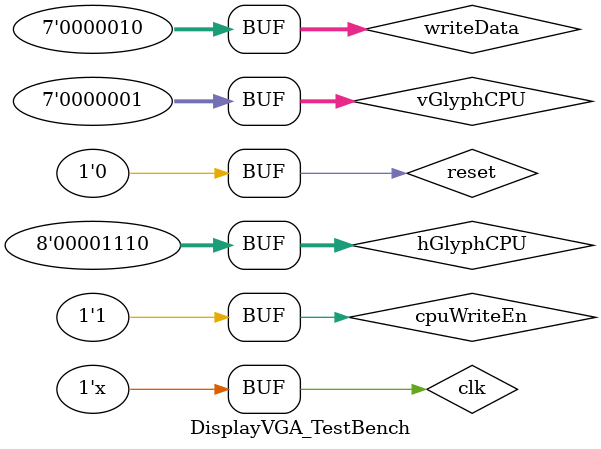
<source format=v>
`timescale 1ns / 1ps


module DisplayVGA_TestBench;

	// Inputs
	reg clk;
	reg reset;
	reg cpuWriteEn;
	reg [6:0] writeData;
	reg [7:0] hGlyphCPU;
	reg [6:0] vGlyphCPU;

	// Outputs
	wire hSync;
	wire vSync;
	wire [6:0] outputCPU;
	wire [7:0] rgb;

	// Instantiate the Unit Under Test (UUT)
	DisplayVGA uut (
		.clk(clk), 
		.reset(reset), 
		.cpuWriteEn(cpuWriteEn), 
		.writeData(writeData), 
		.hGlyphCPU(hGlyphCPU), 
		.vGlyphCPU(vGlyphCPU), 
		.hSync(hSync), 
		.vSync(vSync), 
		.outputCPU(outputCPU), 
		.rgb(rgb)
	);

	initial begin
		// Initialize Inputs
		clk = 0;
		reset = 1;
		cpuWriteEn = 0;
		writeData = 0;
		hGlyphCPU = 0;
		vGlyphCPU = 0;

		// Wait 100 ns for global reset to finish
		#10 reset = 0;
        
		// Add stimulus here
		//Test to see if the VGA outputs the glyph from memory
		//should just be outputting values
		
		//Test to see if the CPU can read from memory
		#1151 hGlyphCPU = 8'h1;
		#10 hGlyphCPU = 8'h2;
		#10 hGlyphCPU = 8'h3;
		#10 hGlyphCPU = 8'h4;
		#10 hGlyphCPU = 8'h5;
		#10 hGlyphCPU = 8'h6;
		#10 hGlyphCPU = 8'h7;
		#10 hGlyphCPU = 8'h8;
		#10 hGlyphCPU = 8'h9;
		#10 hGlyphCPU = 8'ha;
		#10 hGlyphCPU = 8'hb;
		#10 hGlyphCPU = 8'hc;
		#10 hGlyphCPU = 8'hd;
		#10 hGlyphCPU = 8'he;
		vGlyphCPU = 7'b1;
		
		//Test to see if the CPU can write to memory
		#10 hGlyphCPU = 8'h1;
		cpuWriteEn = 1; 
		writeData = 7'hf;
		#10 hGlyphCPU = 8'h2;
		writeData = 7'he;
		#10 hGlyphCPU = 8'h3;
		writeData = 7'hd;
		#10 hGlyphCPU = 8'h4;
		writeData = 7'hc;
		#10 hGlyphCPU = 8'h5;
		writeData = 7'hb;
		#10 hGlyphCPU = 8'h6;
		writeData = 7'ha;
		#10 hGlyphCPU = 8'h7;
		writeData = 7'h9;
		#10 hGlyphCPU = 8'h8;
		writeData = 7'h8;
		#10 hGlyphCPU = 8'h9;
		writeData = 7'h7;
		#10 hGlyphCPU = 8'ha;
		writeData = 7'h6;
		#10 hGlyphCPU = 8'hb;
		writeData = 7'h5;
		#10 hGlyphCPU = 8'hc;
		writeData = 7'h4;
		#10 hGlyphCPU = 8'hd;
		writeData = 7'h3;
		#10 hGlyphCPU = 8'he;
		writeData = 7'h2;
		//Check that what was written to memory is correctly read 
		
	end
	
	always #1 clk = ~clk;
		
endmodule


</source>
